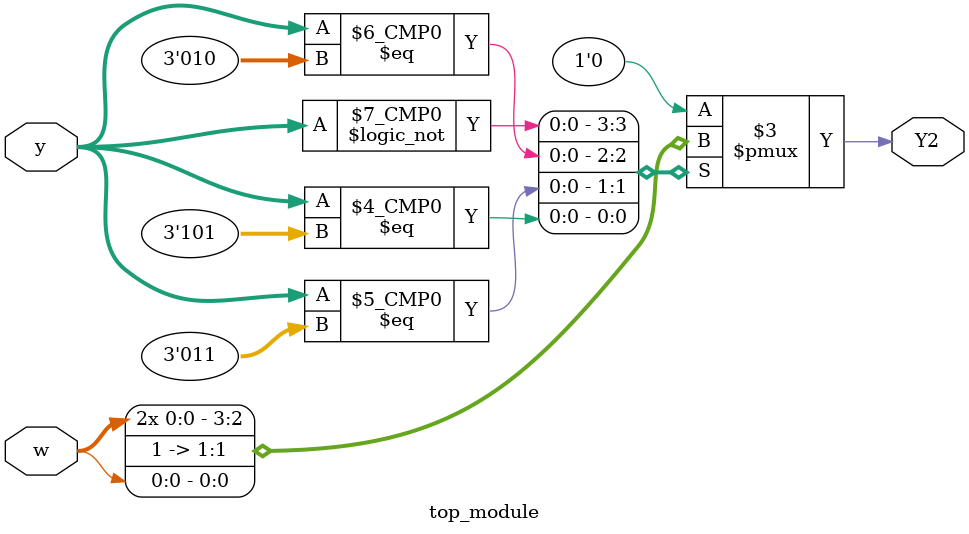
<source format=sv>
module top_module(
    input [3:1] y,
    input w,
    output reg Y2
);

always @(*) begin
    case (y)
        3'b000: Y2 = w;
        3'b001: Y2 = 1'b0;
        3'b010: Y2 = w;
        3'b011: Y2 = 1'b1;
        3'b100: Y2 = 1'b0;
        3'b101: Y2 = w;
        default: Y2 = 1'b0;
    endcase
end

endmodule

</source>
